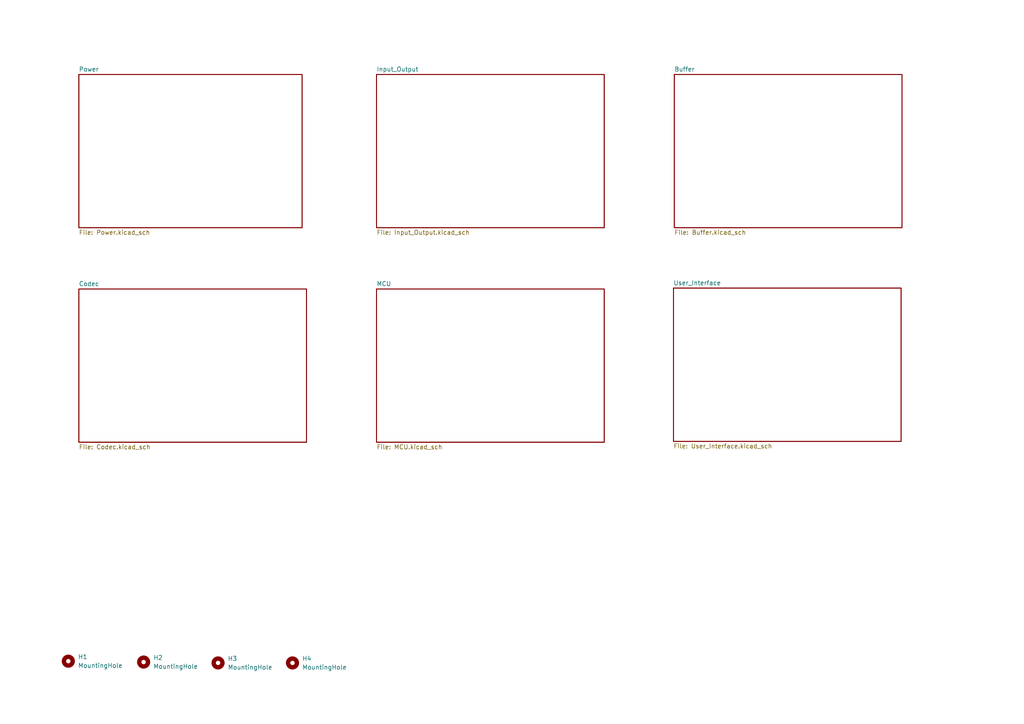
<source format=kicad_sch>
(kicad_sch (version 20231120) (generator "eeschema") (generator_version "8.0")
  (paper "A4")
  (title_block (date "2025-01-09"))
  (lib_symbols
    (symbol "Hole:MountingHole" (pin_names (offset 1.016)) (exclude_from_sim yes) (in_bom no)
      (property "Reference" "H" (at 0 5.08 0))
      (property "Value" "MountingHole" (at 0 3.175 0))
      (symbol "MountingHole_0_1"
        (circle (center 0 0) (radius 1.27) (stroke (width 1.27)))
      )
    )
  )
  (symbol (lib_id "Hole:MountingHole") (at 19.812 191.77 0) (unit 1) (exclude_from_sim yes) (in_bom no)
    (property "Reference" "H1" (at 22.606 190.4999 0) (effects (justify left)))
    (property "Value" "MountingHole" (at 22.606 193.0399 0) (effects (justify left)))
    (property "Footprint" "MountingHole:MountingHole_3.2mm_M3_Pad_Via" (effects (hide yes)))
    (property "Description" "Mounting Hole without connection" (effects (hide yes)))
  )
  (symbol (lib_id "Hole:MountingHole") (at 84.836 192.278 0) (unit 1) (exclude_from_sim yes) (in_bom no)
    (property "Reference" "H4" (at 87.63 191.0079 0) (effects (justify left)))
    (property "Value" "MountingHole" (at 87.63 193.5479 0) (effects (justify left)))
    (property "Footprint" "MountingHole:MountingHole_3.2mm_M3_Pad_Via" (effects (hide yes)))
    (property "Description" "Mounting Hole without connection" (effects (hide yes)))
  )
  (symbol (lib_id "Hole:MountingHole") (at 41.656 192.024 0) (unit 1) (exclude_from_sim yes) (in_bom no)
    (property "Reference" "H2" (at 44.45 190.7539 0) (effects (justify left)))
    (property "Value" "MountingHole" (at 44.45 193.2939 0) (effects (justify left)))
    (property "Footprint" "MountingHole:MountingHole_3.2mm_M3_Pad_Via" (effects (hide yes)))
    (property "Description" "Mounting Hole without connection" (effects (hide yes)))
  )
  (symbol (lib_id "Hole:MountingHole") (at 63.246 192.278 0) (unit 1) (exclude_from_sim yes) (in_bom no)
    (property "Reference" "H3" (at 66.04 191.0079 0) (effects (justify left)))
    (property "Value" "MountingHole" (at 66.04 193.5479 0) (effects (justify left)))
    (property "Footprint" "MountingHole:MountingHole_3.2mm_M3_Pad_Via" (effects (hide yes)))
    (property "Description" "Mounting Hole without connection" (effects (hide yes)))
  )
  (sheet (at 22.86 21.59) (size 64.77 44.45) (stroke (width 0.254))
    (property "Sheetname" "Power" (at 22.86 20.8276 0) (effects (justify left bottom)))
    (property "Sheetfile" "Power.kicad_sch" (at 22.86 66.6754 0) (effects (justify left top)))
  )
  (sheet (at 195.58 21.59) (size 66.04 44.45) (stroke (width 0.254))
    (property "Sheetname" "Buffer" (at 195.58 20.8276 0) (effects (justify left bottom)))
    (property "Sheetfile" "Buffer.kicad_sch" (at 195.58 66.6754 0) (effects (justify left top)))
  )
  (sheet (at 109.22 83.82) (size 66.04 44.45) (stroke (width 0.254))
    (property "Sheetname" "MCU" (at 109.22 83.0576 0) (effects (justify left bottom)))
    (property "Sheetfile" "MCU.kicad_sch" (at 109.22 128.9054 0) (effects (justify left top)))
  )
  (sheet (at 22.86 83.82) (size 66.04 44.45) (stroke (width 0.254))
    (property "Sheetname" "Codec" (at 22.86 83.0576 0) (effects (justify left bottom)))
    (property "Sheetfile" "Codec.kicad_sch" (at 22.86 128.9054 0) (effects (justify left top)))
  )
  (sheet (at 195.326 83.566) (size 66.04 44.45) (stroke (width 0.254))
    (property "Sheetname" "User_Interface" (at 195.326 82.8036 0) (effects (justify left bottom)))
    (property "Sheetfile" "User_Interface.kicad_sch" (at 195.326 128.6514 0) (effects (justify left top)))
  )
  (sheet (at 109.22 21.59) (size 66.04 44.45) (stroke (width 0.254))
    (property "Sheetname" "Input_Output" (at 109.22 20.8276 0) (effects (justify left bottom)))
    (property "Sheetfile" "Input_Output.kicad_sch" (at 109.22 66.6754 0) (effects (justify left top)))
  )
)
</source>
